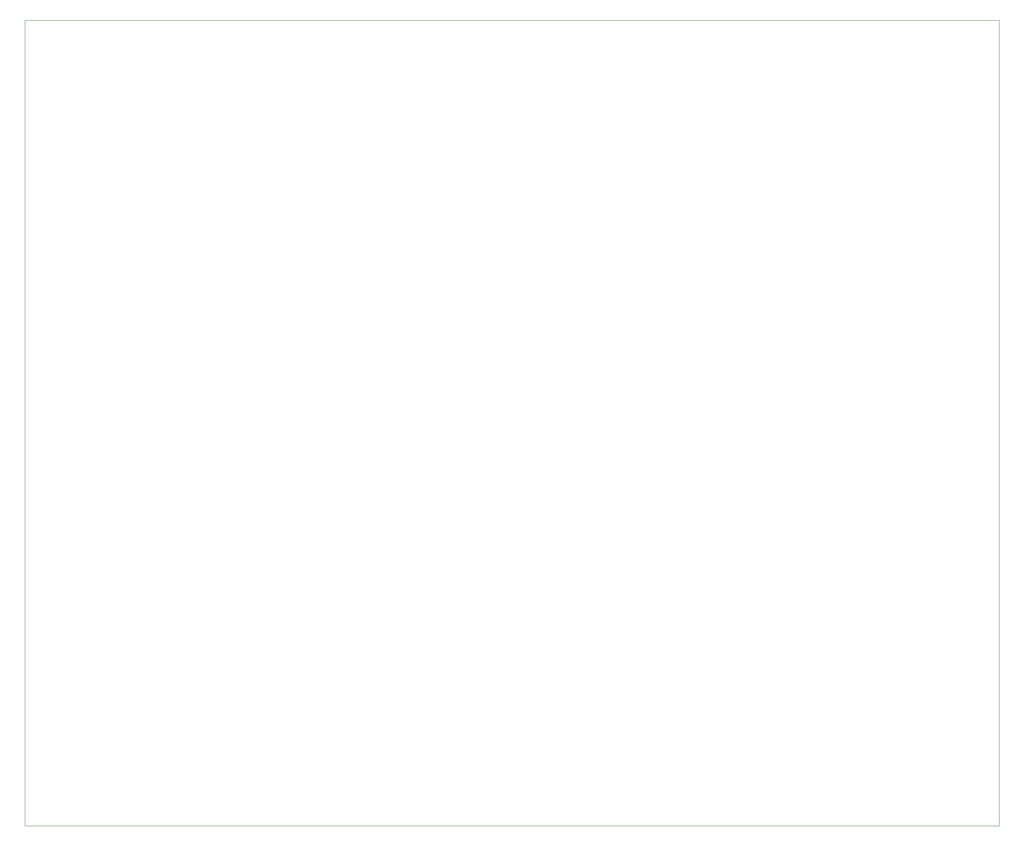
<source format=gbr>
%TF.GenerationSoftware,KiCad,Pcbnew,5.1.10-88a1d61d58~90~ubuntu20.04.1*%
%TF.CreationDate,2021-09-22T19:34:58-04:00*%
%TF.ProjectId,ysFFB,79734646-422e-46b6-9963-61645f706362,rev?*%
%TF.SameCoordinates,Original*%
%TF.FileFunction,Paste,Top*%
%TF.FilePolarity,Positive*%
%FSLAX46Y46*%
G04 Gerber Fmt 4.6, Leading zero omitted, Abs format (unit mm)*
G04 Created by KiCad (PCBNEW 5.1.10-88a1d61d58~90~ubuntu20.04.1) date 2021-09-22 19:34:58*
%MOMM*%
%LPD*%
G01*
G04 APERTURE LIST*
%TA.AperFunction,Profile*%
%ADD10C,0.100000*%
%TD*%
G04 APERTURE END LIST*
D10*
X27400000Y-194000000D02*
X27400000Y-32000000D01*
X223400000Y-194000000D02*
X27400000Y-194000000D01*
X223400000Y-32000000D02*
X223400000Y-194000000D01*
X27400000Y-32000000D02*
X223400000Y-32000000D01*
M02*

</source>
